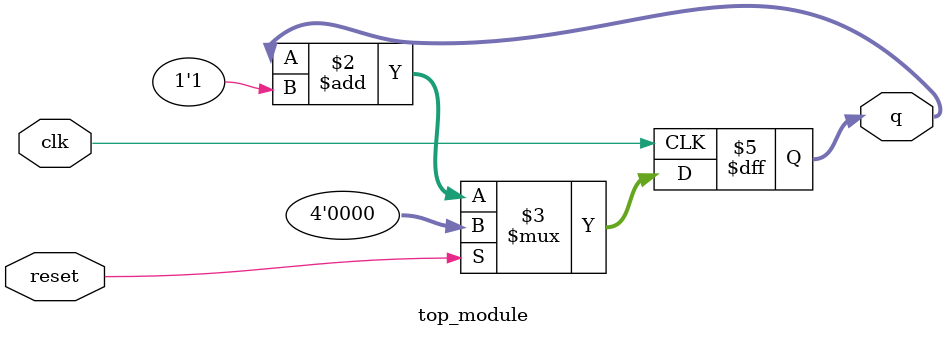
<source format=v>
module top_module (
    input clk,
    input reset,      // Synchronous active-high reset
    output [3:0] q);
    initial q=4'b0;
    always@(posedge clk)
        begin
            q<= reset?4'b0:(q+1'b1);
        end
endmodule

</source>
